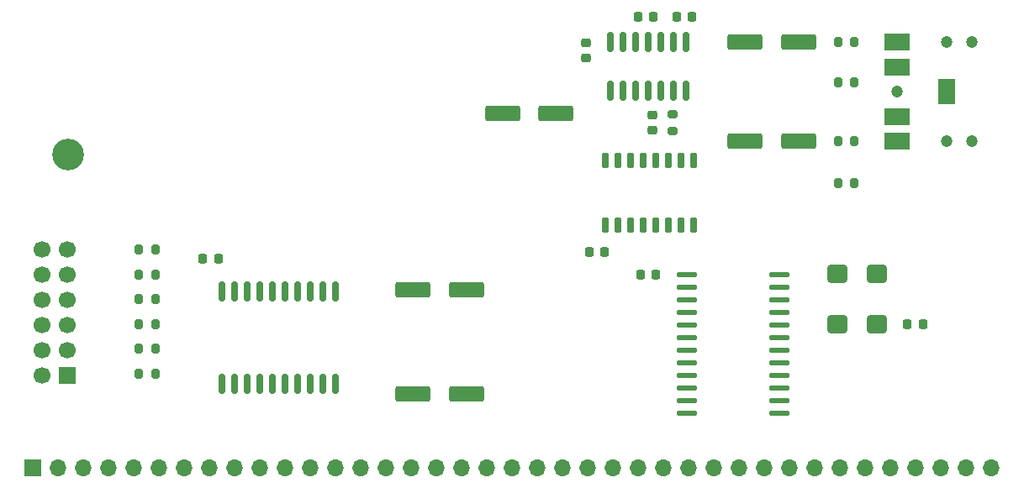
<source format=gbr>
%TF.GenerationSoftware,KiCad,Pcbnew,9.0.1+1*%
%TF.CreationDate,2025-10-08T18:49:05+00:00*%
%TF.ProjectId,rcbus-opl3,72636275-732d-46f7-906c-332e6b696361,@version@*%
%TF.SameCoordinates,Original*%
%TF.FileFunction,Soldermask,Top*%
%TF.FilePolarity,Negative*%
%FSLAX46Y46*%
G04 Gerber Fmt 4.6, Leading zero omitted, Abs format (unit mm)*
G04 Created by KiCad (PCBNEW 9.0.1+1) date 2025-10-08 18:49:05*
%MOMM*%
%LPD*%
G01*
G04 APERTURE LIST*
G04 Aperture macros list*
%AMRoundRect*
0 Rectangle with rounded corners*
0 $1 Rounding radius*
0 $2 $3 $4 $5 $6 $7 $8 $9 X,Y pos of 4 corners*
0 Add a 4 corners polygon primitive as box body*
4,1,4,$2,$3,$4,$5,$6,$7,$8,$9,$2,$3,0*
0 Add four circle primitives for the rounded corners*
1,1,$1+$1,$2,$3*
1,1,$1+$1,$4,$5*
1,1,$1+$1,$6,$7*
1,1,$1+$1,$8,$9*
0 Add four rect primitives between the rounded corners*
20,1,$1+$1,$2,$3,$4,$5,0*
20,1,$1+$1,$4,$5,$6,$7,0*
20,1,$1+$1,$6,$7,$8,$9,0*
20,1,$1+$1,$8,$9,$2,$3,0*%
G04 Aperture macros list end*
%ADD10RoundRect,0.225000X0.225000X0.250000X-0.225000X0.250000X-0.225000X-0.250000X0.225000X-0.250000X0*%
%ADD11C,1.200000*%
%ADD12R,2.500000X1.800000*%
%ADD13R,1.800000X2.500000*%
%ADD14R,1.700000X1.700000*%
%ADD15C,1.700000*%
%ADD16C,3.200000*%
%ADD17O,1.700000X1.700000*%
%ADD18RoundRect,0.150000X0.150000X-0.875000X0.150000X0.875000X-0.150000X0.875000X-0.150000X-0.875000X0*%
%ADD19RoundRect,0.225000X-0.250000X0.225000X-0.250000X-0.225000X0.250000X-0.225000X0.250000X0.225000X0*%
%ADD20RoundRect,0.250000X1.500000X0.550000X-1.500000X0.550000X-1.500000X-0.550000X1.500000X-0.550000X0*%
%ADD21RoundRect,0.225000X0.250000X-0.225000X0.250000X0.225000X-0.250000X0.225000X-0.250000X-0.225000X0*%
%ADD22RoundRect,0.137500X-0.862500X-0.137500X0.862500X-0.137500X0.862500X0.137500X-0.862500X0.137500X0*%
%ADD23RoundRect,0.250000X0.750000X-0.650000X0.750000X0.650000X-0.750000X0.650000X-0.750000X-0.650000X0*%
%ADD24RoundRect,0.150000X0.150000X-0.650000X0.150000X0.650000X-0.150000X0.650000X-0.150000X-0.650000X0*%
%ADD25RoundRect,0.200000X-0.200000X-0.275000X0.200000X-0.275000X0.200000X0.275000X-0.200000X0.275000X0*%
%ADD26RoundRect,0.225000X-0.225000X-0.250000X0.225000X-0.250000X0.225000X0.250000X-0.225000X0.250000X0*%
%ADD27RoundRect,0.200000X0.275000X-0.200000X0.275000X0.200000X-0.275000X0.200000X-0.275000X-0.200000X0*%
%ADD28RoundRect,0.150000X0.150000X-0.825000X0.150000X0.825000X-0.150000X0.825000X-0.150000X-0.825000X0*%
%ADD29RoundRect,0.250000X-1.500000X-0.550000X1.500000X-0.550000X1.500000X0.550000X-1.500000X0.550000X0*%
G04 APERTURE END LIST*
D10*
%TO.C,C1*%
X80175000Y-142400000D03*
X78625000Y-142400000D03*
%TD*%
%TO.C,C7*%
X119100000Y-141700000D03*
X117550000Y-141700000D03*
%TD*%
D11*
%TO.C,CON1*%
X156069000Y-130595000D03*
X156069000Y-120595000D03*
X153569000Y-130595000D03*
X153569000Y-120595000D03*
X148569000Y-125595000D03*
D12*
X148569000Y-130595000D03*
X148569000Y-128095000D03*
D13*
X153569000Y-125595000D03*
D12*
X148569000Y-120595000D03*
X148569000Y-123095000D03*
%TD*%
D14*
%TO.C,JP1*%
X65000000Y-154160000D03*
D15*
X62460000Y-154160000D03*
X65000000Y-151620000D03*
X62460000Y-151620000D03*
X65000000Y-149080000D03*
X62460000Y-149080000D03*
X65000000Y-146540000D03*
X62460000Y-146540000D03*
X65000000Y-144000000D03*
X62460000Y-144000000D03*
X65000000Y-141460000D03*
X62460000Y-141460000D03*
%TD*%
D16*
%TO.C,H1*%
X65032000Y-131882000D03*
%TD*%
D14*
%TO.C,P1*%
X61500000Y-163500000D03*
D17*
X64040000Y-163500000D03*
X66580000Y-163500000D03*
X69120000Y-163500000D03*
X71660000Y-163500000D03*
X74200000Y-163500000D03*
X76740000Y-163500000D03*
X79280000Y-163500000D03*
X81820000Y-163500000D03*
X84360000Y-163500000D03*
X86900000Y-163500000D03*
X89440000Y-163500000D03*
X91980000Y-163500000D03*
X94520000Y-163500000D03*
X97060000Y-163500000D03*
X99600000Y-163500000D03*
X102140000Y-163500000D03*
X104680000Y-163500000D03*
X107220000Y-163500000D03*
X109760000Y-163500000D03*
X112300000Y-163500000D03*
X114840000Y-163500000D03*
X117380000Y-163500000D03*
X119920000Y-163500000D03*
X122460000Y-163500000D03*
X125000000Y-163500000D03*
X127540000Y-163500000D03*
X130080000Y-163500000D03*
X132620000Y-163500000D03*
X135160000Y-163500000D03*
X137700000Y-163500000D03*
X140240000Y-163500000D03*
X142780000Y-163500000D03*
X145320000Y-163500000D03*
X147860000Y-163500000D03*
X150400000Y-163500000D03*
X152940000Y-163500000D03*
X155480000Y-163500000D03*
X158020000Y-163500000D03*
%TD*%
D18*
%TO.C,U1*%
X80550000Y-155000000D03*
X81820000Y-155000000D03*
X83090000Y-155000000D03*
X84360000Y-155000000D03*
X85630000Y-155000000D03*
X86900000Y-155000000D03*
X88170000Y-155000000D03*
X89440000Y-155000000D03*
X90710000Y-155000000D03*
X91980000Y-155000000D03*
X91980000Y-145700000D03*
X90710000Y-145700000D03*
X89440000Y-145700000D03*
X88170000Y-145700000D03*
X86900000Y-145700000D03*
X85630000Y-145700000D03*
X84360000Y-145700000D03*
X83090000Y-145700000D03*
X81820000Y-145700000D03*
X80550000Y-145700000D03*
%TD*%
D19*
%TO.C,C11*%
X123900000Y-127925000D03*
X123900000Y-129475000D03*
%TD*%
D20*
%TO.C,C8*%
X114200000Y-127800000D03*
X108800000Y-127800000D03*
%TD*%
D21*
%TO.C,C12*%
X117200000Y-122175000D03*
X117200000Y-120625000D03*
%TD*%
D22*
%TO.C,U2*%
X127350000Y-144015000D03*
X127350000Y-145285000D03*
X127350000Y-146555000D03*
X127350000Y-147825000D03*
X127350000Y-149095000D03*
X127350000Y-150365000D03*
X127350000Y-151635000D03*
X127350000Y-152905000D03*
X127350000Y-154175000D03*
X127350000Y-155445000D03*
X127350000Y-156715000D03*
X127350000Y-157985000D03*
X136650000Y-157985000D03*
X136650000Y-156715000D03*
X136650000Y-155445000D03*
X136650000Y-154175000D03*
X136650000Y-152905000D03*
X136650000Y-151635000D03*
X136650000Y-150365000D03*
X136650000Y-149095000D03*
X136650000Y-147825000D03*
X136650000Y-146555000D03*
X136650000Y-145285000D03*
X136650000Y-144015000D03*
%TD*%
D10*
%TO.C,C6*%
X124275000Y-144000000D03*
X122725000Y-144000000D03*
%TD*%
D23*
%TO.C,Y1*%
X146500000Y-149040000D03*
X146500000Y-143960000D03*
X142500000Y-143960000D03*
X142500000Y-149040000D03*
%TD*%
D24*
%TO.C,U3*%
X119150000Y-139000000D03*
X120420000Y-139000000D03*
X121690000Y-139000000D03*
X122960000Y-139000000D03*
X124230000Y-139000000D03*
X125500000Y-139000000D03*
X126770000Y-139000000D03*
X128040000Y-139000000D03*
X128040000Y-132500000D03*
X126770000Y-132500000D03*
X125500000Y-132500000D03*
X124230000Y-132500000D03*
X122960000Y-132500000D03*
X121690000Y-132500000D03*
X120420000Y-132500000D03*
X119150000Y-132500000D03*
%TD*%
D25*
%TO.C,R6*%
X72175000Y-154000000D03*
X73825000Y-154000000D03*
%TD*%
D26*
%TO.C,C9*%
X126325000Y-118000000D03*
X127875000Y-118000000D03*
%TD*%
D25*
%TO.C,R5*%
X72175000Y-151500000D03*
X73825000Y-151500000D03*
%TD*%
%TO.C,R8*%
X142575000Y-120595000D03*
X144225000Y-120595000D03*
%TD*%
D27*
%TO.C,R7*%
X125900000Y-129525000D03*
X125900000Y-127875000D03*
%TD*%
D25*
%TO.C,R9*%
X142575000Y-130595000D03*
X144225000Y-130595000D03*
%TD*%
%TO.C,R3*%
X72175000Y-146500000D03*
X73825000Y-146500000D03*
%TD*%
%TO.C,R1*%
X72175000Y-141500000D03*
X73825000Y-141500000D03*
%TD*%
D26*
%TO.C,C10*%
X122450000Y-118000000D03*
X124000000Y-118000000D03*
%TD*%
D25*
%TO.C,R2*%
X72175000Y-144000000D03*
X73825000Y-144000000D03*
%TD*%
D28*
%TO.C,U4*%
X119690000Y-125512022D03*
X120960000Y-125512022D03*
X122230000Y-125512022D03*
X123500000Y-125512022D03*
X124770000Y-125512022D03*
X126040000Y-125512022D03*
X127310000Y-125512022D03*
X127310000Y-120562022D03*
X126040000Y-120562022D03*
X124770000Y-120562022D03*
X123500000Y-120562022D03*
X122230000Y-120562022D03*
X120960000Y-120562022D03*
X119690000Y-120562022D03*
%TD*%
D29*
%TO.C,C16*%
X133200000Y-130595000D03*
X138600000Y-130595000D03*
%TD*%
D25*
%TO.C,R4*%
X72175000Y-149000000D03*
X73825000Y-149000000D03*
%TD*%
D20*
%TO.C,C5*%
X105200000Y-156000000D03*
X99800000Y-156000000D03*
%TD*%
%TO.C,C2*%
X105200000Y-145500000D03*
X99800000Y-145500000D03*
%TD*%
D29*
%TO.C,C15*%
X133200000Y-120595000D03*
X138600000Y-120595000D03*
%TD*%
D26*
%TO.C,C19*%
X149589000Y-149026000D03*
X151139000Y-149026000D03*
%TD*%
D25*
%TO.C,R10*%
X142575000Y-124595000D03*
X144225000Y-124595000D03*
%TD*%
%TO.C,R11*%
X142575000Y-134790000D03*
X144225000Y-134790000D03*
%TD*%
M02*

</source>
